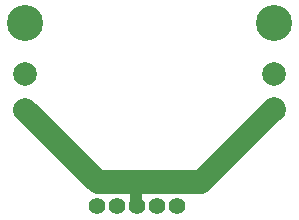
<source format=gbl>
G04*
G04 #@! TF.GenerationSoftware,Altium Limited,Altium Designer,18.1.6 (161)*
G04*
G04 Layer_Physical_Order=2*
G04 Layer_Color=16711680*
%FSLAX44Y44*%
%MOMM*%
G71*
G01*
G75*
%ADD17C,1.0000*%
%ADD18C,1.4000*%
%ADD19C,2.0000*%
%ADD20C,3.0480*%
%ADD21C,2.0000*%
D17*
X424180Y1062210D02*
X424670Y1061720D01*
X424180Y1062210D02*
Y1082040D01*
D18*
X390670Y1061720D02*
D03*
X441670D02*
D03*
X458670D02*
D03*
X424670D02*
D03*
X407670D02*
D03*
D19*
X330200Y1143508D02*
D03*
Y1173480D02*
D03*
X541020Y1143508D02*
D03*
Y1173480D02*
D03*
D20*
X330200Y1216660D02*
D03*
X541020D02*
D03*
D21*
X478790Y1082040D02*
X540639Y1143889D01*
X424180Y1082040D02*
X478790D01*
X391668D02*
X424180D01*
X330200Y1143508D02*
X391668Y1082040D01*
M02*

</source>
